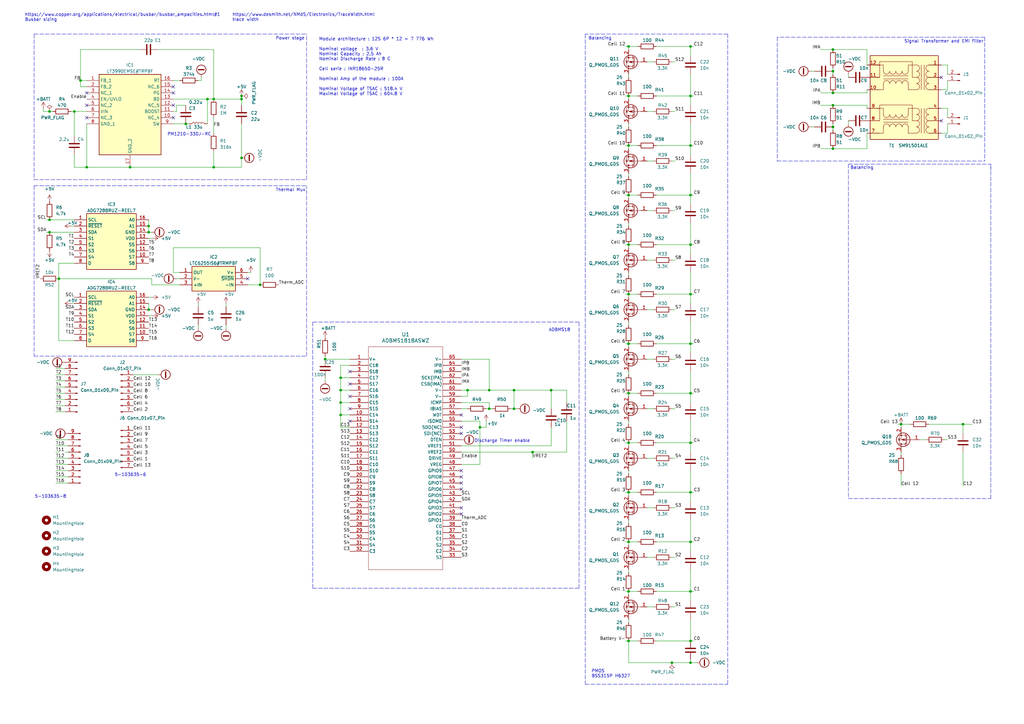
<source format=kicad_sch>
(kicad_sch (version 20250114) (generator "eeschema") (generator_version "9.0")
  (paper "A3")
  (text "Module architecture : 12S 6P * 12 = 7 776 Wh\n\nNominal voltage  : 3.6 V \nNominal Capacity : 2.5 Ah\nNominal Discharge Rate : 8 C\n\nCell serie : INR18650-25R\n\nNominal Amp of the module : 100A \n\nNominal Voltage of TSAC : 518.4 V\nMaximal Voltage of TSAC : 604.8 V" (at 130.81 39.37 0) (effects (font (size 1.27 1.27)) (justify left bottom)))
  (text "PMOS \nBSS315P H6327\n" (at 242.57 278.13 0) (effects (font (size 1.27 1.27)) (justify left bottom)))
  (text "PM1210-330J-RC\n" (at 68.58 55.88 0) (effects (font (size 1.27 1.27)) (justify left bottom)))
  (text "Balancing\n" (at 241.3 16.51 0) (effects (font (size 1.27 1.27)) (justify left bottom)))
  (text "Thermal Mux\n" (at 113.03 78.74 0) (effects (font (size 1.27 1.27)) (justify left bottom)))
  (text "Power stage" (at 113.03 16.51 0) (effects (font (size 1.27 1.27)) (justify left bottom)))
  (text "Signal Transformer and EMI filter\n" (at 370.84 17.78 0) (effects (font (size 1.27 1.27)) (justify left bottom)))
  (text "ADBMS18" (at 225.044 136.144 0) (effects (font (size 1.27 1.27)) (justify left bottom)))
  (text "Balancing\n" (at 348.742 69.596 0) (effects (font (size 1.27 1.27)) (justify left bottom)))
  (text "https://www.desmith.net/NMdS/Electronics/TraceWidth.html\ntrace width" (at 95.25 8.89 0) (effects (font (size 1.27 1.27)) (justify left bottom)))
  (text "5-103635-8\n" (at 14.224 204.47 0) (effects (font (size 1.27 1.27)) (justify left bottom)))
  (text "https://www.copper.org/applications/electrical/busbar/busbar_ampacities.html#1\nBusbar sizing\n" (at 10.16 8.89 0) (effects (font (size 1.27 1.27)) (justify left bottom)))
  (text "5-103635-6\n" (at 46.99 195.58 0) (effects (font (size 1.27 1.27)) (justify left bottom)))
  (text "Discharge Timer enable" (at 194.564 181.61 0) (effects (font (size 1.27 1.27)) (justify left bottom)))
  (junction (at 210.82 167.64))
  (junction (at 283.21 262.89))
  (junction (at 35.56 68.58))
  (junction (at 257.81 262.89))
  (junction (at 20.32 90.17))
  (junction (at 85.09 40.64))
  (junction (at 341.63 60.96))
  (junction (at 53.34 68.58))
  (junction (at 341.63 20.32))
  (junction (at 210.82 160.02))
  (junction (at 196.85 175.26))
  (junction (at 257.81 181.61))
  (junction (at 33.02 33.02))
  (junction (at 283.21 100.33))
  (junction (at 283.21 271.78))
  (junction (at 257.81 100.33))
  (junction (at 369.57 173.99))
  (junction (at 283.21 181.61))
  (junction (at 76.2 50.8))
  (junction (at 99.06 64.77))
  (junction (at 106.68 116.84))
  (junction (at 257.81 59.69))
  (junction (at 133.35 147.32))
  (junction (at 226.06 160.02))
  (junction (at 283.21 222.25))
  (junction (at 60.96 92.71))
  (junction (at 283.21 201.93))
  (junction (at 283.21 140.97))
  (junction (at 30.48 45.72))
  (junction (at 87.63 68.58))
  (junction (at 139.7 160.02))
  (junction (at 275.59 271.78))
  (junction (at 257.81 242.57))
  (junction (at 20.32 95.25))
  (junction (at 341.63 38.1))
  (junction (at 257.81 19.05))
  (junction (at 341.63 52.07))
  (junction (at 24.13 114.3))
  (junction (at 139.7 165.1))
  (junction (at 257.81 161.29))
  (junction (at 60.96 95.25))
  (junction (at 99.06 39.37))
  (junction (at 20.32 45.72))
  (junction (at 60.96 127))
  (junction (at 257.81 120.65))
  (junction (at 394.97 173.99))
  (junction (at 283.21 80.01))
  (junction (at 218.44 185.42))
  (junction (at 283.21 120.65))
  (junction (at 283.21 19.05))
  (junction (at 87.63 40.64))
  (junction (at 257.81 201.93))
  (junction (at 200.66 167.64))
  (junction (at 99.06 40.64))
  (junction (at 139.7 170.18))
  (junction (at 341.63 29.21))
  (junction (at 257.81 80.01))
  (junction (at 283.21 161.29))
  (junction (at 283.21 39.37))
  (junction (at 191.77 160.02))
  (junction (at 257.81 140.97))
  (junction (at 200.66 160.02))
  (junction (at 257.81 39.37))
  (junction (at 283.21 242.57))
  (junction (at 283.21 59.69))
  (junction (at 341.63 43.18))
  (junction (at 257.81 222.25))
  (junction (at 139.7 154.94))
  (no_connect (at 143.51 152.4))
  (no_connect (at 189.23 193.04))
  (no_connect (at 71.12 38.1))
  (no_connect (at 386.08 49.53))
  (no_connect (at 35.56 43.18))
  (no_connect (at 143.51 167.64))
  (no_connect (at 189.23 175.26))
  (no_connect (at 189.23 210.82))
  (no_connect (at 71.12 43.18))
  (no_connect (at 189.23 195.58))
  (no_connect (at 143.51 162.56))
  (no_connect (at 386.08 31.75))
  (no_connect (at 189.23 170.18))
  (no_connect (at 143.51 172.72))
  (no_connect (at 189.23 208.28))
  (no_connect (at 35.56 38.1))
  (no_connect (at 71.12 35.56))
  (no_connect (at 35.56 48.26))
  (no_connect (at 143.51 157.48))
  (no_connect (at 189.23 177.8))
  (no_connect (at 189.23 200.66))
  (no_connect (at 189.23 198.12))
  (no_connect (at 71.12 48.26))
  (no_connect (at 101.6 114.3))
  (wire (pts (xy 388.62 54.61) (xy 386.08 54.61)))
  (wire (pts (xy 82.55 31.75) (xy 82.55 33.02)))
  (wire (pts (xy 276.86 106.68) (xy 275.59 106.68)))
  (wire (pts (xy 265.43 106.68) (xy 267.97 106.68)))
  (wire (pts (xy 200.66 167.64) (xy 201.93 167.64)))
  (wire (pts (xy 85.09 40.64) (xy 85.09 50.8)))
  (wire (pts (xy 72.39 114.3) (xy 73.66 114.3)))
  (wire (pts (xy 283.21 201.93) (xy 283.21 205.74)))
  (polyline (pts (xy 240.03 280.67) (xy 298.45 280.67)) (stroke (width 0) (type dash)))
  (wire (pts (xy 33.02 20.32) (xy 33.02 33.02)))
  (wire (pts (xy 283.21 30.48) (xy 283.21 39.37)))
  (wire (pts (xy 218.44 185.42) (xy 218.44 187.96)))
  (wire (pts (xy 283.21 262.89) (xy 284.48 262.89)))
  (wire (pts (xy 20.32 95.25) (xy 30.48 95.25)))
  (wire (pts (xy 257.81 172.72) (xy 257.81 173.99)))
  (wire (pts (xy 92.71 124.46) (xy 92.71 125.73)))
  (wire (pts (xy 347.98 49.53) (xy 347.98 50.8)))
  (wire (pts (xy 62.23 116.84) (xy 62.23 114.3)))
  (wire (pts (xy 60.96 92.71) (xy 60.96 95.25)))
  (wire (pts (xy 24.13 114.3) (xy 24.13 139.7)))
  (wire (pts (xy 265.43 187.96) (xy 267.97 187.96)))
  (wire (pts (xy 27.94 180.34) (xy 22.86 180.34)))
  (wire (pts (xy 257.81 242.57) (xy 261.62 242.57)))
  (wire (pts (xy 257.81 71.12) (xy 257.81 72.39)))
  (wire (pts (xy 265.43 228.6) (xy 267.97 228.6)))
  (wire (pts (xy 257.81 50.8) (xy 257.81 52.07)))
  (wire (pts (xy 27.94 187.96) (xy 22.86 187.96)))
  (wire (pts (xy 276.86 127) (xy 275.59 127)))
  (wire (pts (xy 257.81 222.25) (xy 261.62 222.25)))
  (wire (pts (xy 199.39 175.26) (xy 196.85 175.26)))
  (wire (pts (xy 283.21 193.04) (xy 283.21 201.93)))
  (wire (pts (xy 257.81 59.69) (xy 261.62 59.69)))
  (wire (pts (xy 60.96 95.25) (xy 62.23 95.25)))
  (wire (pts (xy 276.86 147.32) (xy 275.59 147.32)))
  (wire (pts (xy 200.66 165.1) (xy 200.66 167.64)))
  (wire (pts (xy 60.96 124.46) (xy 60.96 127)))
  (wire (pts (xy 60.96 127) (xy 62.23 127)))
  (wire (pts (xy 256.54 19.05) (xy 257.81 19.05)))
  (polyline (pts (xy 406.4 67.31) (xy 406.4 69.85)) (stroke (width 0) (type dash)))
  (wire (pts (xy 19.05 95.25) (xy 20.32 95.25)))
  (wire (pts (xy 276.86 66.04) (xy 275.59 66.04)))
  (wire (pts (xy 283.21 100.33) (xy 283.21 104.14)))
  (wire (pts (xy 24.13 107.95) (xy 30.48 107.95)))
  (wire (pts (xy 256.54 140.97) (xy 257.81 140.97)))
  (wire (pts (xy 265.43 127) (xy 267.97 127)))
  (wire (pts (xy 73.66 116.84) (xy 62.23 116.84)))
  (wire (pts (xy 71.12 33.02) (xy 73.66 33.02)))
  (wire (pts (xy 139.7 160.02) (xy 143.51 160.02)))
  (polyline (pts (xy 13.97 73.66) (xy 125.73 73.66)) (stroke (width 0) (type dash)))
  (wire (pts (xy 377.19 180.34) (xy 379.73 180.34)))
  (wire (pts (xy 369.57 173.99) (xy 373.38 173.99)))
  (wire (pts (xy 133.35 154.94) (xy 133.35 156.21)))
  (wire (pts (xy 60.96 97.79) (xy 62.23 97.79)))
  (wire (pts (xy 199.39 175.26) (xy 199.39 172.72)))
  (wire (pts (xy 269.24 201.93) (xy 283.21 201.93)))
  (wire (pts (xy 257.81 91.44) (xy 257.81 92.71)))
  (wire (pts (xy 283.21 59.69) (xy 284.48 59.69)))
  (wire (pts (xy 189.23 185.42) (xy 218.44 185.42)))
  (wire (pts (xy 257.81 132.08) (xy 257.81 133.35)))
  (wire (pts (xy 257.81 121.92) (xy 257.81 120.65)))
  (wire (pts (xy 257.81 142.24) (xy 257.81 140.97)))
  (wire (pts (xy 283.21 222.25) (xy 283.21 226.06)))
  (wire (pts (xy 257.81 181.61) (xy 261.62 181.61)))
  (wire (pts (xy 257.81 19.05) (xy 261.62 19.05)))
  (wire (pts (xy 276.86 86.36) (xy 275.59 86.36)))
  (wire (pts (xy 257.81 162.56) (xy 257.81 161.29)))
  (wire (pts (xy 257.81 140.97) (xy 261.62 140.97)))
  (wire (pts (xy 30.48 63.5) (xy 30.48 68.58)))
  (wire (pts (xy 189.23 167.64) (xy 191.77 167.64)))
  (wire (pts (xy 22.86 185.42) (xy 24.13 185.42)))
  (wire (pts (xy 283.21 161.29) (xy 284.48 161.29)))
  (wire (pts (xy 341.63 52.07) (xy 341.63 53.34)))
  (polyline (pts (xy 13.97 146.05) (xy 125.73 146.05)) (stroke (width 0) (type dash)))
  (wire (pts (xy 209.55 167.64) (xy 210.82 167.64)))
  (wire (pts (xy 101.6 116.84) (xy 106.68 116.84)))
  (wire (pts (xy 256.54 39.37) (xy 257.81 39.37)))
  (wire (pts (xy 210.82 160.02) (xy 226.06 160.02)))
  (wire (pts (xy 226.06 167.64) (xy 226.06 160.02)))
  (wire (pts (xy 35.56 68.58) (xy 53.34 68.58)))
  (wire (pts (xy 355.6 60.96) (xy 341.63 60.96)))
  (wire (pts (xy 275.59 271.78) (xy 257.81 271.78)))
  (wire (pts (xy 196.85 190.5) (xy 189.23 190.5)))
  (wire (pts (xy 269.24 120.65) (xy 283.21 120.65)))
  (polyline (pts (xy 298.45 13.97) (xy 240.03 13.97)) (stroke (width 0) (type dash)))
  (wire (pts (xy 99.06 43.18) (xy 99.06 40.64)))
  (wire (pts (xy 369.57 199.39) (xy 369.57 194.31)))
  (wire (pts (xy 257.81 193.04) (xy 257.81 194.31)))
  (wire (pts (xy 283.21 140.97) (xy 284.48 140.97)))
  (wire (pts (xy 257.81 201.93) (xy 261.62 201.93)))
  (wire (pts (xy 256.54 120.65) (xy 257.81 120.65)))
  (wire (pts (xy 388.62 36.83) (xy 386.08 36.83)))
  (wire (pts (xy 283.21 50.8) (xy 283.21 59.69)))
  (wire (pts (xy 139.7 149.86) (xy 139.7 154.94)))
  (wire (pts (xy 283.21 140.97) (xy 283.21 144.78)))
  (wire (pts (xy 355.6 54.61) (xy 355.6 60.96)))
  (polyline (pts (xy 237.49 132.08) (xy 128.27 132.08)) (stroke (width 0) (type dash)))
  (wire (pts (xy 269.24 59.69) (xy 283.21 59.69)))
  (wire (pts (xy 283.21 254) (xy 283.21 262.89)))
  (wire (pts (xy 257.81 243.84) (xy 257.81 242.57)))
  (polyline (pts (xy 125.73 146.05) (xy 125.73 76.2)) (stroke (width 0) (type dash)))
  (wire (pts (xy 24.13 114.3) (xy 24.13 107.95)))
  (wire (pts (xy 355.6 38.1) (xy 341.63 38.1)))
  (wire (pts (xy 388.62 50.8) (xy 388.62 54.61)))
  (wire (pts (xy 210.82 160.02) (xy 210.82 167.64)))
  (wire (pts (xy 71.12 40.64) (xy 85.09 40.64)))
  (wire (pts (xy 265.43 66.04) (xy 267.97 66.04)))
  (polyline (pts (xy 240.03 13.97) (xy 240.03 280.67)) (stroke (width 0) (type dash)))
  (wire (pts (xy 283.21 100.33) (xy 284.48 100.33)))
  (wire (pts (xy 24.13 114.3) (xy 62.23 114.3)))
  (wire (pts (xy 336.55 38.1) (xy 341.63 38.1)))
  (polyline (pts (xy 13.97 76.2) (xy 125.73 76.2)) (stroke (width 0) (type dash)))
  (wire (pts (xy 269.24 262.89) (xy 283.21 262.89)))
  (wire (pts (xy 143.51 149.86) (xy 139.7 149.86)))
  (wire (pts (xy 87.63 68.58) (xy 87.63 62.23)))
  (wire (pts (xy 265.43 208.28) (xy 267.97 208.28)))
  (wire (pts (xy 283.21 39.37) (xy 283.21 43.18)))
  (wire (pts (xy 276.86 248.92) (xy 275.59 248.92)))
  (wire (pts (xy 139.7 170.18) (xy 139.7 175.26)))
  (wire (pts (xy 257.81 40.64) (xy 257.81 39.37)))
  (wire (pts (xy 53.34 68.58) (xy 87.63 68.58)))
  (wire (pts (xy 283.21 181.61) (xy 283.21 185.42)))
  (polyline (pts (xy 347.98 204.47) (xy 406.4 204.47)) (stroke (width 0) (type dash)))
  (wire (pts (xy 388.62 180.34) (xy 387.35 180.34)))
  (wire (pts (xy 19.05 90.17) (xy 20.32 90.17)))
  (wire (pts (xy 336.55 20.32) (xy 341.63 20.32)))
  (wire (pts (xy 257.81 233.68) (xy 257.81 234.95)))
  (polyline (pts (xy 318.77 15.24) (xy 318.77 66.04)) (stroke (width 0) (type dash)))
  (wire (pts (xy 33.02 35.56) (xy 35.56 35.56)))
  (wire (pts (xy 20.32 90.17) (xy 30.48 90.17)))
  (wire (pts (xy 269.24 19.05) (xy 283.21 19.05)))
  (polyline (pts (xy 13.97 76.2) (xy 13.97 146.05)) (stroke (width 0) (type dash)))
  (wire (pts (xy 388.62 33.02) (xy 388.62 36.83)))
  (wire (pts (xy 71.12 50.8) (xy 76.2 50.8)))
  (wire (pts (xy 332.74 52.07) (xy 334.01 52.07)))
  (wire (pts (xy 341.63 50.8) (xy 341.63 52.07)))
  (wire (pts (xy 269.24 181.61) (xy 283.21 181.61)))
  (wire (pts (xy 76.2 50.8) (xy 77.47 50.8)))
  (wire (pts (xy 139.7 170.18) (xy 143.51 170.18)))
  (wire (pts (xy 265.43 167.64) (xy 267.97 167.64)))
  (wire (pts (xy 99.06 64.77) (xy 99.06 68.58)))
  (wire (pts (xy 355.6 44.45) (xy 355.6 43.18)))
  (wire (pts (xy 265.43 248.92) (xy 267.97 248.92)))
  (wire (pts (xy 64.77 20.32) (xy 87.63 20.32)))
  (wire (pts (xy 26.67 166.37) (xy 22.86 166.37)))
  (wire (pts (xy 189.23 172.72) (xy 196.85 172.72)))
  (wire (pts (xy 283.21 19.05) (xy 283.21 22.86)))
  (wire (pts (xy 210.82 160.02) (xy 200.66 160.02)))
  (wire (pts (xy 139.7 154.94) (xy 143.51 154.94)))
  (wire (pts (xy 257.81 213.36) (xy 257.81 214.63)))
  (wire (pts (xy 33.02 33.02) (xy 33.02 35.56)))
  (wire (pts (xy 99.06 40.64) (xy 87.63 40.64)))
  (wire (pts (xy 257.81 271.78) (xy 257.81 262.89)))
  (wire (pts (xy 283.21 120.65) (xy 283.21 124.46)))
  (wire (pts (xy 283.21 222.25) (xy 284.48 222.25)))
  (wire (pts (xy 60.96 129.54) (xy 62.23 129.54)))
  (wire (pts (xy 210.82 167.64) (xy 212.09 167.64)))
  (wire (pts (xy 283.21 161.29) (xy 283.21 165.1)))
  (wire (pts (xy 232.41 172.72) (xy 232.41 185.42)))
  (wire (pts (xy 257.81 152.4) (xy 257.81 153.67)))
  (wire (pts (xy 26.67 168.91) (xy 22.86 168.91)))
  (polyline (pts (xy 403.86 15.24) (xy 318.77 15.24)) (stroke (width 0) (type dash)))
  (wire (pts (xy 355.6 43.18) (xy 341.63 43.18)))
  (wire (pts (xy 257.81 30.48) (xy 257.81 31.75)))
  (wire (pts (xy 200.66 147.32) (xy 189.23 147.32)))
  (wire (pts (xy 99.06 39.37) (xy 99.06 40.64)))
  (polyline (pts (xy 403.86 15.24) (xy 403.86 66.04)) (stroke (width 0) (type dash)))
  (wire (pts (xy 283.21 111.76) (xy 283.21 120.65)))
  (wire (pts (xy 355.6 26.67) (xy 355.6 20.32)))
  (wire (pts (xy 20.32 45.72) (xy 21.59 45.72)))
  (wire (pts (xy 276.86 167.64) (xy 275.59 167.64)))
  (wire (pts (xy 283.21 91.44) (xy 283.21 100.33)))
  (polyline (pts (xy 128.27 241.3) (xy 237.49 241.3)) (stroke (width 0) (type dash)))
  (wire (pts (xy 276.86 208.28) (xy 275.59 208.28)))
  (wire (pts (xy 257.81 80.01) (xy 261.62 80.01)))
  (wire (pts (xy 71.12 101.6) (xy 71.12 111.76)))
  (wire (pts (xy 369.57 173.99) (xy 369.57 175.26)))
  (polyline (pts (xy 318.77 66.04) (xy 403.86 66.04)) (stroke (width 0) (type dash)))
  (wire (pts (xy 35.56 50.8) (xy 35.56 68.58)))
  (wire (pts (xy 341.63 29.21) (xy 341.63 27.94)))
  (wire (pts (xy 257.81 111.76) (xy 257.81 113.03)))
  (wire (pts (xy 283.21 120.65) (xy 284.48 120.65)))
  (wire (pts (xy 257.81 39.37) (xy 261.62 39.37)))
  (wire (pts (xy 269.24 140.97) (xy 283.21 140.97)))
  (wire (pts (xy 257.81 101.6) (xy 257.81 100.33)))
  (wire (pts (xy 283.21 242.57) (xy 283.21 246.38)))
  (wire (pts (xy 388.62 26.67) (xy 386.08 26.67)))
  (wire (pts (xy 256.54 181.61) (xy 257.81 181.61)))
  (wire (pts (xy 265.43 45.72) (xy 267.97 45.72)))
  (wire (pts (xy 226.06 160.02) (xy 232.41 160.02)))
  (wire (pts (xy 265.43 147.32) (xy 267.97 147.32)))
  (wire (pts (xy 355.6 36.83) (xy 355.6 38.1)))
  (wire (pts (xy 285.75 271.78) (xy 283.21 271.78)))
  (wire (pts (xy 232.41 165.1) (xy 232.41 160.02)))
  (wire (pts (xy 257.81 100.33) (xy 261.62 100.33)))
  (wire (pts (xy 71.12 45.72) (xy 72.39 45.72)))
  (wire (pts (xy 26.67 185.42) (xy 27.94 185.42)))
  (polyline (pts (xy 347.98 67.31) (xy 347.98 204.47)) (stroke (width 0) (type dash)))
  (wire (pts (xy 341.63 30.48) (xy 341.63 29.21)))
  (wire (pts (xy 283.21 271.78) (xy 283.21 270.51)))
  (wire (pts (xy 87.63 68.58) (xy 99.06 68.58)))
  (wire (pts (xy 336.55 43.18) (xy 341.63 43.18)))
  (wire (pts (xy 71.12 111.76) (xy 73.66 111.76)))
  (wire (pts (xy 81.28 33.02) (xy 82.55 33.02)))
  (wire (pts (xy 29.21 124.46) (xy 30.48 124.46)))
  (wire (pts (xy 257.81 262.89) (xy 261.62 262.89)))
  (polyline (pts (xy 13.97 13.97) (xy 13.97 73.66)) (stroke (width 0) (type dash)))
  (wire (pts (xy 256.54 100.33) (xy 257.81 100.33)))
  (wire (pts (xy 355.6 20.32) (xy 341.63 20.32)))
  (wire (pts (xy 26.67 158.75) (xy 22.86 158.75)))
  (wire (pts (xy 283.21 59.69) (xy 283.21 63.5)))
  (wire (pts (xy 106.68 101.6) (xy 71.12 101.6)))
  (wire (pts (xy 30.48 45.72) (xy 35.56 45.72)))
  (wire (pts (xy 218.44 185.42) (xy 232.41 185.42)))
  (wire (pts (xy 27.94 190.5) (xy 22.86 190.5)))
  (wire (pts (xy 283.21 39.37) (xy 284.48 39.37)))
  (wire (pts (xy 17.78 45.72) (xy 20.32 45.72)))
  (wire (pts (xy 60.96 121.92) (xy 62.23 121.92)))
  (wire (pts (xy 283.21 201.93) (xy 284.48 201.93)))
  (wire (pts (xy 283.21 213.36) (xy 283.21 222.25)))
  (wire (pts (xy 283.21 152.4) (xy 283.21 161.29)))
  (wire (pts (xy 189.23 165.1) (xy 200.66 165.1)))
  (polyline (pts (xy 298.45 280.67) (xy 298.45 13.97)) (stroke (width 0) (type dash)))
  (wire (pts (xy 26.67 153.67) (xy 22.86 153.67)))
  (wire (pts (xy 106.68 116.84) (xy 106.68 101.6)))
  (wire (pts (xy 256.54 262.89) (xy 257.81 262.89)))
  (wire (pts (xy 26.67 163.83) (xy 22.86 163.83)))
  (wire (pts (xy 81.28 124.46) (xy 81.28 125.73)))
  (wire (pts (xy 257.81 182.88) (xy 257.81 181.61)))
  (wire (pts (xy 283.21 19.05) (xy 284.48 19.05)))
  (wire (pts (xy 26.67 156.21) (xy 22.86 156.21)))
  (wire (pts (xy 269.24 100.33) (xy 283.21 100.33)))
  (wire (pts (xy 27.94 193.04) (xy 22.86 193.04)))
  (wire (pts (xy 139.7 160.02) (xy 139.7 165.1)))
  (wire (pts (xy 257.81 254) (xy 257.81 255.27)))
  (wire (pts (xy 133.35 147.32) (xy 143.51 147.32)))
  (wire (pts (xy 17.78 44.45) (xy 17.78 45.72)))
  (wire (pts (xy 332.74 29.21) (xy 334.01 29.21)))
  (wire (pts (xy 256.54 222.25) (xy 257.81 222.25)))
  (wire (pts (xy 269.24 161.29) (xy 283.21 161.29)))
  (wire (pts (xy 394.97 173.99) (xy 394.97 177.8)))
  (wire (pts (xy 33.02 33.02) (xy 35.56 33.02)))
  (wire (pts (xy 256.54 201.93) (xy 257.81 201.93)))
  (wire (pts (xy 85.09 40.64) (xy 87.63 40.64)))
  (wire (pts (xy 27.94 182.88) (xy 22.86 182.88)))
  (wire (pts (xy 27.94 198.12) (xy 22.86 198.12)))
  (wire (pts (xy 283.21 80.01) (xy 283.21 83.82)))
  (wire (pts (xy 256.54 59.69) (xy 257.81 59.69)))
  (wire (pts (xy 388.62 44.45) (xy 386.08 44.45)))
  (wire (pts (xy 60.96 90.17) (xy 60.96 92.71)))
  (wire (pts (xy 256.54 161.29) (xy 257.81 161.29)))
  (wire (pts (xy 276.86 25.4) (xy 275.59 25.4)))
  (wire (pts (xy 57.15 20.32) (xy 33.02 20.32)))
  (wire (pts (xy 381 173.99) (xy 394.97 173.99)))
  (polyline (pts (xy 125.73 73.66) (xy 125.73 13.97)) (stroke (width 0) (type dash)))
  (wire (pts (xy 283.21 242.57) (xy 284.48 242.57)))
  (wire (pts (xy 81.28 133.35) (xy 81.28 134.62)))
  (wire (pts (xy 133.35 146.05) (xy 133.35 147.32)))
  (wire (pts (xy 199.39 167.64) (xy 200.66 167.64)))
  (wire (pts (xy 29.21 92.71) (xy 30.48 92.71)))
  (polyline (pts (xy 13.97 13.97) (xy 125.73 13.97)) (stroke (width 0) (type dash)))
  (wire (pts (xy 276.86 45.72) (xy 275.59 45.72)))
  (wire (pts (xy 269.24 80.01) (xy 283.21 80.01)))
  (wire (pts (xy 257.81 81.28) (xy 257.81 80.01)))
  (wire (pts (xy 76.2 43.18) (xy 72.39 43.18)))
  (polyline (pts (xy 237.49 241.3) (xy 237.49 132.08)) (stroke (width 0) (type dash)))
  (wire (pts (xy 283.21 233.68) (xy 283.21 242.57)))
  (wire (pts (xy 283.21 132.08) (xy 283.21 140.97)))
  (wire (pts (xy 87.63 48.26) (xy 87.63 54.61)))
  (wire (pts (xy 283.21 80.01) (xy 284.48 80.01)))
  (wire (pts (xy 283.21 271.78) (xy 275.59 271.78)))
  (wire (pts (xy 269.24 242.57) (xy 283.21 242.57)))
  (wire (pts (xy 30.48 68.58) (xy 35.56 68.58)))
  (wire (pts (xy 26.67 151.13) (xy 22.86 151.13)))
  (polyline (pts (xy 347.98 67.31) (xy 406.4 67.31)) (stroke (width 0) (type dash)))
  (wire (pts (xy 87.63 20.32) (xy 87.63 40.64)))
  (wire (pts (xy 388.62 30.48) (xy 388.62 26.67)))
  (wire (pts (xy 139.7 165.1) (xy 143.51 165.1)))
  (wire (pts (xy 101.6 111.76) (xy 102.87 111.76)))
  (wire (pts (xy 368.3 173.99) (xy 369.57 173.99)))
  (wire (pts (xy 26.67 161.29) (xy 22.86 161.29)))
  (wire (pts (xy 139.7 154.94) (xy 139.7 160.02)))
  (wire (pts (xy 369.57 185.42) (xy 369.57 186.69)))
  (wire (pts (xy 99.06 50.8) (xy 99.06 64.77)))
  (wire (pts (xy 276.86 187.96) (xy 275.59 187.96)))
  (wire (pts (xy 139.7 175.26) (xy 143.51 175.26)))
  (wire (pts (xy 257.81 223.52) (xy 257.81 222.25)))
  (wire (pts (xy 22.86 195.58) (xy 27.94 195.58)))
  (polyline (pts (xy 406.4 204.47) (xy 406.4 68.58)) (stroke (width 0) (type dash)))
  (wire (pts (xy 226.06 175.26) (xy 226.06 182.88)))
  (wire (pts (xy 256.54 242.57) (xy 257.81 242.57)))
  (wire (pts (xy 54.61 153.67) (xy 64.77 153.67)))
  (wire (pts (xy 394.97 173.99) (xy 398.78 173.99)))
  (wire (pts (xy 394.97 185.42) (xy 394.97 199.39)))
  (wire (pts (xy 189.23 160.02) (xy 191.77 160.02)))
  (wire (pts (xy 276.86 228.6) (xy 275.59 228.6)))
  (wire (pts (xy 92.71 133.35) (xy 92.71 134.62)))
  (wire (pts (xy 196.85 175.26) (xy 196.85 190.5)))
  (wire (pts (xy 200.66 160.02) (xy 200.66 147.32)))
  (wire (pts (xy 269.24 222.25) (xy 283.21 222.25)))
  (wire (pts (xy 72.39 43.18) (xy 72.39 45.72)))
  (wire (pts (xy 347.98 31.75) (xy 347.98 30.48)))
  (wire (pts (xy 139.7 165.1) (xy 139.7 170.18)))
  (wire (pts (xy 191.77 162.56) (xy 189.23 162.56)))
  (wire (pts (xy 283.21 71.12) (xy 283.21 80.01)))
  (wire (pts (xy 30.48 45.72) (xy 30.48 55.88)))
  (wire (pts (xy 257.81 161.29) (xy 261.62 161.29)))
  (wire (pts (xy 257.81 120.65) (xy 261.62 120.65)))
  (wire (pts (xy 269.24 39.37) (xy 283.21 39.37)))
  (wire (pts (xy 191.77 160.02) (xy 191.77 162.56)))
  (wire (pts (xy 189.23 182.88) (xy 226.06 182.88)))
  (wire (pts (xy 265.43 86.36) (xy 267.97 86.36)))
  (wire (pts (xy 256.54 80.01) (xy 257.81 80.01)))
  (wire (pts (xy 196.85 175.26) (xy 196.85 172.72)))
  (wire (pts (xy 283.21 181.61) (xy 284.48 181.61)))
  (wire (pts (xy 336.55 60.96) (xy 341.63 60.96)))
  (polyline (pts (xy 128.27 132.08) (xy 128.27 241.3)) (stroke (width 0) (type dash)))
  (wire (pts (xy 200.66 160.02) (xy 191.77 160.02)))
  (wire (pts (xy 29.21 45.72) (xy 30.48 45.72)))
  (wire (pts (xy 257.81 60.96) (xy 257.81 59.69)))
  (wire (pts (xy 283.21 172.72) (xy 283.21 181.61)))
  (wire (pts (xy 257.81 20.32) (xy 257.81 19.05)))
  (wire (pts (xy 257.81 203.2) (xy 257.81 201.93)))
  (wire (pts (xy 388.62 48.26) (xy 388.62 44.45)))
  (wire (pts (xy 30.48 139.7) (xy 24.13 139.7)))
  (wire (pts (xy 265.43 25.4) (xy 267.97 25.4)))
  (label "T4" (at 22.86 158.75 0))
  (label "C11" (at 284.48 39.37 0))
  (label "Cell 4" (at 256.54 181.61 180))
  (label "S12" (at 143.51 182.88 180))
  (label "C8" (at 143.51 200.66 180))
  (label "C7" (at 284.48 120.65 0))
  (label "C6" (at 143.51 210.82 180))
  (label "C2" (at 189.23 226.06 0))
  (label "Therm_ADC" (at 114.3 116.84 0))
  (label "SDA" (at 189.23 205.74 0))
  (label "Cell 3" (at 54.61 186.69 0))
  (label "Cell 9" (at 54.61 179.07 0))
  (label "T14" (at 60.96 134.62 0))
  (label "Enable" (at 35.56 40.64 180))
  (label "SDA" (at 30.48 127 180))
  (label "S13" (at 143.51 177.8 180))
  (label "Battery V-" (at 256.54 262.89 180))
  (label "S7" (at 143.51 208.28 180))
  (label "Cell 6" (at 54.61 163.83 0))
  (label "SCL" (at 189.23 203.2 0))
  (label "FB" (at 33.02 33.02 180))
  (label "C11" (at 143.51 185.42 180))
  (label "S11" (at 143.51 187.96 180))
  (label "C12" (at 143.51 180.34 180))
  (label "C9" (at 284.48 80.01 0))
  (label "Cell 1" (at 256.54 242.57 180))
  (label "S9" (at 276.86 86.36 0))
  (label "S10" (at 276.86 66.04 0))
  (label "T12" (at 30.48 137.16 180))
  (label "SCL" (at 30.48 121.92 180))
  (label "Enable" (at 189.23 187.96 0))
  (label "Cell 5" (at 256.54 161.29 180))
  (label "C12" (at 394.97 199.39 0))
  (label "VREF2" (at 218.44 187.96 0))
  (label "Cell 1" (at 54.61 189.23 0))
  (label "Cell 8" (at 54.61 161.29 0))
  (label "Cell 13" (at 368.3 173.99 180))
  (label "C12" (at 284.48 19.05 0))
  (label "C1" (at 189.23 220.98 0))
  (label "Cell 5" (at 54.61 184.15 0))
  (label "Cell 6" (at 256.54 140.97 180))
  (label "S3" (at 189.23 228.6 0))
  (label "Cell 4" (at 54.61 166.37 0))
  (label "T16" (at 60.96 139.7 0))
  (label "S5" (at 276.86 167.64 0))
  (label "S11" (at 276.86 45.72 0))
  (label "Cell 8" (at 256.54 100.33 180))
  (label "S6" (at 143.51 213.36 180))
  (label "Cell 2" (at 256.54 222.25 180))
  (label "S13" (at 388.62 180.34 0))
  (label "T15" (at 60.96 137.16 0))
  (label "S2" (at 276.86 228.6 0))
  (label "Cell 3" (at 256.54 201.93 180))
  (label "Cell 10" (at 54.61 158.75 0))
  (label "Cell 12" (at 369.57 199.39 0))
  (label "S3" (at 276.86 208.28 0))
  (label "IPA" (at 189.23 154.94 0))
  (label "T3" (at 22.86 156.21 0))
  (label "S4" (at 143.51 223.52 180))
  (label "IMB" (at 336.55 43.18 180))
  (label "T7" (at 60.96 105.41 0))
  (label "T1" (at 22.86 151.13 0))
  (label "C4" (at 143.51 220.98 180))
  (label "T11" (at 30.48 134.62 180))
  (label "IMB" (at 189.23 152.4 0))
  (label "C0" (at 189.23 215.9 0))
  (label "T10" (at 30.48 132.08 180))
  (label "T6" (at 22.86 163.83 0))
  (label "C10" (at 284.48 59.69 0))
  (label "S1" (at 276.86 248.92 0))
  (label "C2" (at 284.48 222.25 0))
  (label "IPB" (at 336.55 60.96 180))
  (label "Cell 12" (at 54.61 156.21 0))
  (label "C0" (at 284.48 262.89 0))
  (label "S10" (at 143.51 193.04 180))
  (label "Cell 9" (at 256.54 80.01 180))
  (label "S8" (at 276.86 106.68 0))
  (label "Cell 11" (at 54.61 176.53 0))
  (label "Therm_ADC" (at 189.23 213.36 0))
  (label "T8" (at 60.96 107.95 0))
  (label "FB" (at 87.63 52.07 0))
  (label "Cell 11" (at 256.54 39.37 180))
  (label "T4" (at 30.48 105.41 180))
  (label "S8" (at 143.51 203.2 180))
  (label "T13" (at 60.96 132.08 0))
  (label "VREF2" (at 16.51 114.3 90))
  (label "Cell 12" (at 256.54 19.05 180))
  (label "T5" (at 22.86 161.29 0))
  (label "SCL" (at 19.05 90.17 180))
  (label "IPA" (at 336.55 38.1 180))
  (label "C7" (at 143.51 205.74 180))
  (label "C1" (at 284.48 242.57 0))
  (label "T3" (at 30.48 102.87 180))
  (label "T2" (at 22.86 153.67 0))
  (label "T7" (at 22.86 166.37 0))
  (label "SDA" (at 19.05 95.25 180))
  (label "S1" (at 189.23 218.44 0))
  (label "S12" (at 276.86 25.4 0))
  (label "Cell 13" (at 54.61 191.77 0))
  (label "C5" (at 143.51 215.9 180))
  (label "T8" (at 22.86 168.91 0))
  (label "C3" (at 143.51 226.06 180))
  (label "C3" (at 284.48 201.93 0))
  (label "C13" (at 398.78 173.99 0))
  (label "T12" (at 22.86 187.96 0))
  (label "T9" (at 30.48 129.54 180))
  (label "C8" (at 284.48 100.33 0))
  (label "T15" (at 22.86 195.58 0))
  (label "T1" (at 30.48 97.79 180))
  (label "T2" (at 30.48 100.33 180))
  (label "Cell 7" (at 54.61 181.61 0))
  (label "S9" (at 143.51 198.12 180))
  (label "T6" (at 60.96 102.87 0))
  (label "T9" (at 22.86 180.34 0))
  (label "T13" (at 22.86 190.5 0))
  (label "C4" (at 284.48 181.61 0))
  (label "Cell 2" (at 54.61 168.91 0))
  (label "T11" (at 22.86 185.42 0))
  (label "S2" (at 189.23 223.52 0))
  (label "Cell 7" (at 256.54 120.65 180))
  (label "IPB" (at 189.23 149.86 0))
  (label "T14" (at 22.86 193.04 0))
  (label "Cell 10" (at 256.54 59.69 180))
  (label "IMA" (at 336.55 20.32 180))
  (label "C5" (at 284.48 161.29 0))
  (label "S6" (at 276.86 147.32 0))
  (label "C10" (at 143.51 190.5 180))
  (label "IMA" (at 189.23 157.48 0))
  (label "S5" (at 143.51 218.44 180))
  (label "C9" (at 143.51 195.58 180))
  (label "S7" (at 276.86 127 0))
  (label "T16" (at 22.86 198.12 0))
  (label "T5" (at 60.96 100.33 0))
  (label "C6" (at 284.48 140.97 0))
  (label "C13" (at 143.51 175.26 180))
  (label "S4" (at 276.86 187.96 0))
  (label "T10" (at 22.86 182.88 0))
  (symbol (lib_id "Device:Q_PMOS_GSD") (at 260.35 127 180) (unit 1)
    (property "Reference" "Q6" (at 254 125.73 0) (effects (justify left)))
    (property "Value" "Q_PMOS_GDS" (at 254 128.27 0) (effects (justify left)))
    (property "Footprint" "EPSA:SOT-23-3" (effects (hide yes)))
  )
  (symbol (lib_id "Device:C") (at 351.79 49.53 90) (unit 1)
    (property "Reference" "C7" (at 354.33 48.26 90))
    (property "Value" "10n" (at 354.33 53.34 90))
    (property "Footprint" "Capacitor_SMD:C_0805_2012Metric_Pad1.18x1.45mm_HandSolder" (effects (hide yes)))
  )
  (symbol (lib_id "EPSA_lib:LTC6255IS6#TRMPBF") (at 73.66 111.76 0) (unit 1)
    (property "Reference" "IC2" (at 87.63 105.41 0))
    (property "Value" "LTC6255IS6#TRMPBF" (at 87.63 107.95 0))
    (property "Footprint" "EPSA:SOT95P280X100-6N" (effects (hide yes)))
    (property "Datasheet" "http://www.analog.com/media/en/technical-documentation/data-sheets/625567fd.pdf" (effects (hide yes)))
    (property "Description" "A remplacer par MAX4239AUT+T (voir LIB)" (effects (hide yes)))
    (property "Height" "1" (effects (hide yes)))
    (property "Mouser Part Number" "584-LTC6255IS6TRMPBF" (effects (hide yes)))
    (property "Mouser Price/Stock" "https://www.mouser.co.uk/ProductDetail/Analog-Devices/LTC6255IS6TRMPBF?qs=hVkxg5c3xu%252BM0aXXLk0hVA%3D%3D" (effects (hide yes)))
    (property "Manufacturer_Name" "Analog Devices" (effects (hide yes)))
    (property "Manufacturer_Part_Number" "LTC6255IS6#TRMPBF" (effects (hide yes)))
  )
  (symbol (lib_id "power:+5V") (at 29.21 92.71 90) (unit 1)
    (property "Reference" "#PWR014" (effects (hide yes)))
    (property "Value" "+5V" (at 31.75 91.44 90) (effects (justify left)))
  )
  (symbol (lib_id "power:-VDC") (at 347.98 50.8 180) (unit 1)
    (property "Reference" "#PWR023" (effects (hide yes)))
    (property "Value" "-VDC" (at 350.52 57.15 0))
  )
  (symbol (lib_id "Device:R") (at 265.43 59.69 90) (unit 1)
    (property "Reference" "R38" (at 270.51 57.15 90))
    (property "Value" "100" (at 265.43 55.88 90))
    (property "Footprint" "Resistor_SMD:R_1206_3216Metric_Pad1.30x1.75mm_HandSolder" (effects (hide yes)))
  )
  (symbol (lib_id "Device:R") (at 257.81 157.48 180) (unit 1)
    (property "Reference" "R25" (at 252.73 156.21 0) (effects (justify right)))
    (property "Value" "25" (at 252.73 153.67 0) (effects (justify right)))
    (property "Footprint" "Resistor_SMD:R_2512_6332Metric_Pad1.40x3.35mm_HandSolder" (effects (hide yes)))
    (property "Description" "RC2512FK-0724RL" (effects (hide yes)))
  )
  (symbol (lib_id "Device:R") (at 271.78 167.64 90) (unit 1)
    (property "Reference" "R24" (at 271.78 165.1 90))
    (property "Value" "3.3K" (at 271.78 170.18 90))
    (property "Footprint" "Resistor_SMD:R_1206_3216Metric_Pad1.30x1.75mm_HandSolder" (effects (hide yes)))
  )
  (symbol (lib_id "Device:R") (at 271.78 248.92 90) (unit 1)
    (property "Reference" "R48" (at 271.78 246.38 90))
    (property "Value" "3.3K" (at 271.78 251.46 90))
    (property "Footprint" "Resistor_SMD:R_1206_3216Metric_Pad1.30x1.75mm_HandSolder" (effects (hide yes)))
  )
  (symbol (lib_id "power:+5V") (at 62.23 97.79 270) (unit 1)
    (property "Reference" "#PWR011" (effects (hide yes)))
    (property "Value" "+5V" (at 66.04 97.79 90) (effects (justify left)))
  )
  (symbol (lib_id "Connector:Conn_01x09_Pin") (at 33.02 187.96 180) (unit 1)
    (property "Reference" "J8" (at 34.29 186.6899 0) (effects (justify right)))
    (property "Value" "Conn_01x09_Pin" (at 34.29 189.2299 0) (effects (justify right)))
    (property "Footprint" "Connector_BMS_Thermistor:SHDRRA9W69P0X254_1X9_2527X1359X741P" (effects (hide yes)))
    (property "Description" "Generic connector, single row, 01x09, script generated" (effects (hide yes)))
  )
  (symbol (lib_id "Device:C") (at 283.21 26.67 0) (unit 1)
    (property "Reference" "C22" (at 287.02 25.4 0) (effects (justify left)))
    (property "Value" "10n" (at 287.02 27.94 0) (effects (justify left)))
    (property "Footprint" "Capacitor_SMD:C_0805_2012Metric_Pad1.18x1.45mm_HandSolder" (effects (hide yes)))
  )
  (symbol (lib_id "Device:R") (at 265.43 181.61 90) (unit 1)
    (property "Reference" "R20" (at 270.51 179.07 90))
    (property "Value" "100" (at 265.43 177.8 90))
    (property "Footprint" "Resistor_SMD:R_1206_3216Metric_Pad1.30x1.75mm_HandSolder" (effects (hide yes)))
  )
  (symbol (lib_id "Device:R") (at 265.43 242.57 90) (unit 1)
    (property "Reference" "R15" (at 270.51 240.03 90))
    (property "Value" "100" (at 265.43 240.03 90))
    (property "Footprint" "Resistor_SMD:R_1206_3216Metric_Pad1.30x1.75mm_HandSolder" (effects (hide yes)))
  )
  (symbol (lib_id "Connector:Conn_01x02_Pin") (at 393.7 50.8 180) (unit 1)
    (property "Reference" "J1" (at 394.97 48.26 0) (effects (justify right)))
    (property "Value" "Conn_01x02_Pin" (at 387.35 55.88 0) (effects (justify right)))
    (property "Footprint" "EPSA:RHDR2W97P0X254_1X2_654X508X1379P" (effects (hide yes)))
  )
  (symbol (lib_id "Device:Q_PMOS_GSD") (at 372.11 180.34 180) (unit 1)
    (property "Reference" "Q18" (at 365.76 179.07 0) (effects (justify left)))
    (property "Value" "Q_PMOS_GDS" (at 365.76 181.61 0) (effects (justify left)))
    (property "Footprint" "EPSA:SOT95P237X112-3N" (effects (hide yes)))
  )
  (symbol (lib_id "Device:R") (at 265.43 100.33 90) (unit 1)
    (property "Reference" "R32" (at 270.51 97.79 90))
    (property "Value" "100" (at 265.43 96.52 90))
    (property "Footprint" "Resistor_SMD:R_1206_3216Metric_Pad1.30x1.75mm_HandSolder" (effects (hide yes)))
  )
  (symbol (lib_id "Device:R") (at 265.43 39.37 90) (unit 1)
    (property "Reference" "R41" (at 270.51 36.83 90))
    (property "Value" "100" (at 265.43 35.56 90))
    (property "Footprint" "Resistor_SMD:R_1206_3216Metric_Pad1.30x1.75mm_HandSolder" (effects (hide yes)))
  )
  (symbol (lib_id "Device:R") (at 271.78 25.4 90) (unit 1)
    (property "Reference" "R45" (at 271.78 22.86 90))
    (property "Value" "3.3K" (at 271.78 27.94 90))
    (property "Footprint" "Resistor_SMD:R_1206_3216Metric_Pad1.30x1.75mm_HandSolder" (effects (hide yes)))
  )
  (symbol (lib_id "power:-VDC") (at 92.71 134.62 180) (unit 1)
    (property "Reference" "#PWR031" (effects (hide yes)))
    (property "Value" "-VDC" (at 91.44 134.62 0) (effects (justify left)))
  )
  (symbol (lib_id "Device:R") (at 341.63 34.29 0) (mirror y) (unit 1)
    (property "Reference" "R11" (at 342.9 35.56 0) (effects (justify right)))
    (property "Value" "51" (at 342.9 33.02 0) (effects (justify right)))
    (property "Footprint" "Resistor_SMD:R_1206_3216Metric_Pad1.30x1.75mm_HandSolder" (effects (hide yes)))
  )
  (symbol (lib_id "power:+BATT") (at 133.35 138.43 0) (unit 1)
    (property "Reference" "#PWR030" (effects (hide yes)))
    (property "Value" "+BATT" (at 134.62 134.62 0))
  )
  (symbol (lib_id "Device:Q_PMOS_GSD") (at 260.35 228.6 180) (unit 1)
    (property "Reference" "Q1" (at 254 227.33 0) (effects (justify left)))
    (property "Value" "Q_PMOS_GDS" (at 254 229.87 0) (effects (justify left)))
    (property "Footprint" "EPSA:SOT-23-3" (effects (hide yes)))
  )
  (symbol (lib_id "Device:L") (at 81.28 50.8 90) (unit 1)
    (property "Reference" "L1" (at 77.47 52.07 90))
    (property "Value" "33u" (at 81.28 52.07 90))
    (property "Footprint" "Inductor_SMD:L_1210_3225Metric_Pad1.42x2.65mm_HandSolder" (effects (hide yes)))
  )
  (symbol (lib_id "Device:R") (at 265.43 80.01 90) (unit 1)
    (property "Reference" "R35" (at 270.51 77.47 90))
    (property "Value" "100" (at 265.43 76.2 90))
    (property "Footprint" "Resistor_SMD:R_1206_3216Metric_Pad1.30x1.75mm_HandSolder" (effects (hide yes)))
  )
  (symbol (lib_id "power:-VDC") (at 72.39 114.3 90) (unit 1)
    (property "Reference" "#PWR015" (effects (hide yes)))
    (property "Value" "-VDC" (at 67.31 113.03 90) (effects (justify left)))
  )
  (symbol (lib_id "Device:C") (at 60.96 20.32 90) (unit 1)
    (property "Reference" "C1" (at 64.77 16.51 90))
    (property "Value" "22p" (at 60.96 16.51 90))
    (property "Footprint" "Capacitor_SMD:C_0805_2012Metric_Pad1.18x1.45mm_HandSolder" (effects (hide yes)))
  )
  (symbol (lib_id "Device:C") (at 81.28 129.54 0) (unit 1)
    (property "Reference" "C5" (at 85.09 128.27 0) (effects (justify left)))
    (property "Value" "1u" (at 85.09 130.81 0) (effects (justify left)))
    (property "Footprint" "Capacitor_SMD:C_0805_2012Metric_Pad1.18x1.45mm_HandSolder" (effects (hide yes)))
  )
  (symbol (lib_id "Device:R") (at 110.49 116.84 90) (unit 1)
    (property "Reference" "R7" (at 110.49 110.49 90))
    (property "Value" "100" (at 110.49 113.03 90))
    (property "Footprint" "Resistor_SMD:R_1206_3216Metric_Pad1.30x1.75mm_HandSolder" (effects (hide yes)))
  )
  (symbol (lib_id "Device:R") (at 265.43 120.65 90) (unit 1)
    (property "Reference" "R29" (at 270.51 118.11 90))
    (property "Value" "100" (at 265.43 116.84 90))
    (property "Footprint" "Resistor_SMD:R_1206_3216Metric_Pad1.30x1.75mm_HandSolder" (effects (hide yes)))
  )
  (symbol (lib_id "power:-VDC") (at 212.09 167.64 270) (unit 1)
    (property "Reference" "#PWR027" (effects (hide yes)))
    (property "Value" "-VDC" (at 218.44 168.275 90) (effects (justify left)))
  )
  (symbol (lib_id "Device:R") (at 257.81 177.8 180) (unit 1)
    (property "Reference" "R22" (at 252.73 176.53 0) (effects (justify right)))
    (property "Value" "25" (at 252.73 173.99 0) (effects (justify right)))
    (property "Footprint" "Resistor_SMD:R_2512_6332Metric_Pad1.40x3.35mm_HandSolder" (effects (hide yes)))
    (property "Description" "RC2512FK-0724RL" (effects (hide yes)))
  )
  (symbol (lib_id "Device:R") (at 265.43 19.05 90) (unit 1)
    (property "Reference" "R44" (at 270.51 16.51 90))
    (property "Value" "100" (at 265.43 16.51 90))
    (property "Footprint" "Resistor_SMD:R_1206_3216Metric_Pad1.30x1.75mm_HandSolder" (effects (hide yes)))
  )
  (symbol (lib_id "Mechanical:MountingHole") (at 19.05 232.41 0) (unit 1) (exclude_from_sim yes) (in_bom no)
    (property "Reference" "H4" (at 21.59 231.1399 0) (effects (justify left)))
    (property "Value" "MountingHole" (at 21.59 233.6799 0) (effects (justify left)))
    (property "Footprint" "MountingHole:MountingHole_3.2mm_M3_DIN965_Pad" (effects (hide yes)))
    (property "Description" "Mounting Hole without connection" (effects (hide yes)))
  )
  (symbol (lib_id "power:+BATT") (at 369.57 173.99 0) (unit 1)
    (property "Reference" "#PWR06" (effects (hide yes)))
    (property "Value" "+BATT" (at 369.57 170.18 0))
  )
  (symbol (lib_id "Connector:Conn_01x07_Pin") (at 49.53 184.15 0) (unit 1)
    (property "Reference" "J6" (at 50.165 171.45 0))
    (property "Value" "Conn_01x07_Pin" (at 59.944 171.45 0))
    (property "Footprint" "EPSA:SHDRRA7W77P0X254_1X7_2032X1359X699P" (effects (hide yes)))
  )
  (symbol (lib_id "Device:C") (at 283.21 46.99 0) (unit 1)
    (property "Reference" "C21" (at 287.02 45.72 0) (effects (justify left)))
    (property "Value" "10n" (at 287.02 48.26 0) (effects (justify left)))
    (property "Footprint" "Capacitor_SMD:C_0805_2012Metric_Pad1.18x1.45mm_HandSolder" (effects (hide yes)))
  )
  (symbol (lib_id "power:PWR_FLAG") (at 275.59 271.78 180) (unit 1)
    (property "Reference" "#FLG03" (effects (hide yes)))
    (property "Value" "PWR_FLAG" (at 271.78 275.59 0))
  )
  (symbol (lib_id "Connector:Conn_01x09_Pin") (at 31.75 158.75 180) (unit 1)
    (property "Reference" "J7" (at 33.02 157.4799 0) (effects (justify right)))
    (property "Value" "Conn_01x09_Pin" (at 33.02 160.0199 0) (effects (justify right)))
    (property "Footprint" "Connector_BMS_Thermistor:SHDRRA9W69P0X254_1X9_2527X1359X741P" (effects (hide yes)))
    (property "Description" "Generic connector, single row, 01x09, script generated" (effects (hide yes)))
  )
  (symbol (lib_id "Device:R") (at 271.78 187.96 90) (unit 1)
    (property "Reference" "R21" (at 271.78 185.42 90))
    (property "Value" "3.3K" (at 271.78 190.5 90))
    (property "Footprint" "Resistor_SMD:R_1206_3216Metric_Pad1.30x1.75mm_HandSolder" (effects (hide yes)))
  )
  (symbol (lib_id "Device:R") (at 257.81 96.52 180) (unit 1)
    (property "Reference" "R34" (at 252.73 95.25 0) (effects (justify right)))
    (property "Value" "25" (at 252.73 92.71 0) (effects (justify right)))
    (property "Footprint" "Resistor_SMD:R_2512_6332Metric_Pad1.40x3.35mm_HandSolder" (effects (hide yes)))
    (property "Description" "RC2512FK-0724RL" (effects (hide yes)))
  )
  (symbol (lib_id "power:+5V") (at 29.21 124.46 90) (unit 1)
    (property "Reference" "#PWR013" (effects (hide yes)))
    (property "Value" "+5V" (at 31.75 123.19 90) (effects (justify left)))
  )
  (symbol (lib_id "Device:C") (at 337.82 52.07 90) (unit 1)
    (property "Reference" "C6" (at 337.82 48.26 90))
    (property "Value" "10n" (at 334.01 48.26 90))
    (property "Footprint" "Capacitor_SMD:C_0805_2012Metric_Pad1.18x1.45mm_HandSolder" (effects (hide yes)))
  )
  (symbol (lib_id "Device:C") (at 76.2 46.99 180) (unit 1)
    (property "Reference" "C3" (at 77.47 44.45 0) (effects (justify right)))
    (property "Value" "0.22u" (at 77.47 41.91 0) (effects (justify right)))
    (property "Footprint" "Capacitor_SMD:C_0805_2012Metric_Pad1.18x1.45mm_HandSolder" (effects (hide yes)))
  )
  (symbol (lib_id "power:-VDC") (at 64.77 153.67 270) (unit 1)
    (property "Reference" "#PWR032" (effects (hide yes)))
    (property "Value" "-VDC" (at 64.77 154.94 0) (effects (justify left)))
  )
  (symbol (lib_id "Device:R") (at 271.78 45.72 90) (unit 1)
    (property "Reference" "R42" (at 271.78 43.18 90))
    (property "Value" "3.3K" (at 271.78 48.26 90))
    (property "Footprint" "Resistor_SMD:R_1206_3216Metric_Pad1.30x1.75mm_HandSolder" (effects (hide yes)))
  )
  (symbol (lib_id "power:-VDC") (at 62.23 127 270) (unit 1)
    (property "Reference" "#PWR09" (effects (hide yes)))
    (property "Value" "-VDC" (at 68.58 127 90) (effects (justify left)))
  )
  (symbol (lib_id "Mechanical:MountingHole") (at 19.05 226.06 0) (unit 1) (exclude_from_sim yes) (in_bom no)
    (property "Reference" "H3" (at 21.59 224.7899 0) (effects (justify left)))
    (property "Value" "MountingHole" (at 21.59 227.3299 0) (effects (justify left)))
    (property "Footprint" "MountingHole:MountingHole_3.2mm_M3_DIN965_Pad" (effects (hide yes)))
    (property "Description" "Mounting Hole without connection" (effects (hide yes)))
  )
  (symbol (lib_id "Device:R") (at 25.4 45.72 90) (unit 1)
    (property "Reference" "R4" (at 25.4 40.64 90))
    (property "Value" "470" (at 25.4 43.18 90))
    (property "Footprint" "Resistor_SMD:R_1206_3216Metric_Pad1.30x1.75mm_HandSolder" (effects (hide yes)))
  )
  (symbol (lib_id "Device:R") (at 271.78 86.36 90) (unit 1)
    (property "Reference" "R36" (at 271.78 83.82 90))
    (property "Value" "3.3K" (at 271.78 88.9 90))
    (property "Footprint" "Resistor_SMD:R_1206_3216Metric_Pad1.30x1.75mm_HandSolder" (effects (hide yes)))
  )
  (symbol (lib_id "Device:Q_PMOS_GSD") (at 260.35 147.32 180) (unit 1)
    (property "Reference" "Q5" (at 254 146.05 0) (effects (justify left)))
    (property "Value" "Q_PMOS_GDS" (at 254 148.59 0) (effects (justify left)))
    (property "Footprint" "EPSA:SOT-23-3" (effects (hide yes)))
  )
  (symbol (lib_id "Device:C") (at 99.06 46.99 180) (unit 1)
    (property "Reference" "C2" (at 102.87 46.355 0) (effects (justify right)))
    (property "Value" "22u" (at 102.87 48.895 0) (effects (justify right)))
    (property "Footprint" "Capacitor_SMD:C_0805_2012Metric_Pad1.18x1.45mm_HandSolder" (effects (hide yes)))
  )
  (symbol (lib_id "Device:Q_PMOS_GSD") (at 260.35 106.68 180) (unit 1)
    (property "Reference" "Q7" (at 254 105.41 0) (effects (justify left)))
    (property "Value" "Q_PMOS_GDS" (at 254 107.95 0) (effects (justify left)))
    (property "Footprint" "EPSA:SOT-23-3" (effects (hide yes)))
  )
  (symbol (lib_id "Device:Q_PMOS_GSD") (at 260.35 86.36 180) (unit 1)
    (property "Reference" "Q8" (at 254 85.09 0) (effects (justify left)))
    (property "Value" "Q_PMOS_GDS" (at 254 87.63 0) (effects (justify left)))
    (property "Footprint" "EPSA:SOT-23-3" (effects (hide yes)))
  )
  (symbol (lib_id "Device:R") (at 257.81 76.2 180) (unit 1)
    (property "Reference" "R37" (at 252.73 74.93 0) (effects (justify right)))
    (property "Value" "25" (at 252.73 72.39 0) (effects (justify right)))
    (property "Footprint" "Resistor_SMD:R_2512_6332Metric_Pad1.40x3.35mm_HandSolder" (effects (hide yes)))
    (property "Description" "RC2512FK-0724RL" (effects (hide yes)))
  )
  (symbol (lib_id "Device:Q_PMOS_GSD") (at 260.35 45.72 180) (unit 1)
    (property "Reference" "Q10" (at 254 44.45 0) (effects (justify left)))
    (property "Value" "Q_PMOS_GDS" (at 254 46.99 0) (effects (justify left)))
    (property "Footprint" "EPSA:SOT-23-3" (effects (hide yes)))
  )
  (symbol (lib_id "Device:R") (at 265.43 161.29 90) (unit 1)
    (property "Reference" "R23" (at 270.51 158.75 90))
    (property "Value" "100" (at 265.43 157.48 90))
    (property "Footprint" "Resistor_SMD:R_1206_3216Metric_Pad1.30x1.75mm_HandSolder" (effects (hide yes)))
  )
  (symbol (lib_id "Device:R") (at 257.81 116.84 180) (unit 1)
    (property "Reference" "R31" (at 252.73 115.57 0) (effects (justify right)))
    (property "Value" "25" (at 252.73 113.03 0) (effects (justify right)))
    (property "Footprint" "Resistor_SMD:R_2512_6332Metric_Pad1.40x3.35mm_HandSolder" (effects (hide yes)))
    (property "Description" "RC2512FK-0724RL" (effects (hide yes)))
  )
  (symbol (lib_id "Device:R") (at 341.63 24.13 0) (mirror y) (unit 1)
    (property "Reference" "R10" (at 342.9 25.4 0) (effects (justify right)))
    (property "Value" "51" (at 342.9 22.86 0) (effects (justify right)))
    (property "Footprint" "Resistor_SMD:R_1206_3216Metric_Pad1.30x1.75mm_HandSolder" (effects (hide yes)))
  )
  (symbol (lib_id "Device:C") (at 226.06 171.45 0) (unit 1)
    (property "Reference" "C10" (at 228.346 172.466 0) (effects (justify left)))
    (property "Value" "1u" (at 227.33 173.99 0) (effects (justify left)))
    (property "Footprint" "Capacitor_SMD:C_0805_2012Metric_Pad1.18x1.45mm_HandSolder" (effects (hide yes)))
  )
  (symbol (lib_id "Device:R") (at 341.63 46.99 180) (unit 1)
    (property "Reference" "R9" (at 342.9 45.72 0) (effects (justify right)))
    (property "Value" "51" (at 342.9 48.26 0) (effects (justify right)))
    (property "Footprint" "Resistor_SMD:R_1206_3216Metric_Pad1.30x1.75mm_HandSolder" (effects (hide yes)))
  )
  (symbol (lib_id "Device:R") (at 271.78 127 90) (unit 1)
    (property "Reference" "R30" (at 271.78 124.46 90))
    (property "Value" "3.3K" (at 271.78 129.54 90))
    (property "Footprint" "Resistor_SMD:R_1206_3216Metric_Pad1.30x1.75mm_HandSolder" (effects (hide yes)))
  )
  (symbol (lib_id "Device:R") (at 87.63 44.45 0) (unit 1)
    (property "Reference" "R2" (at 90.17 43.815 0) (effects (justify left)))
    (property "Value" "1M" (at 90.17 46.355 0) (effects (justify left)))
    (property "Footprint" "Resistor_SMD:R_1206_3216Metric_Pad1.30x1.75mm_HandSolder" (effects (hide yes)))
  )
  (symbol (lib_id "Device:R") (at 20.32 114.3 90) (unit 1)
    (property "Reference" "R52" (at 20.32 116.84 90))
    (property "Value" "10k" (at 20.32 111.76 90))
    (property "Footprint" "Resistor_SMD:R_1206_3216Metric_Pad1.30x1.75mm_HandSolder" (effects (hide yes)))
  )
  (symbol (lib_id "Device:R") (at 265.43 262.89 90) (unit 1)
    (property "Reference" "R47" (at 270.51 260.35 90))
    (property "Value" "100" (at 265.43 260.35 90))
    (property "Footprint" "Resistor_SMD:R_1206_3216Metric_Pad1.30x1.75mm_HandSolder" (effects (hide yes)))
  )
  (symbol (lib_id "power:-VDC") (at 332.74 29.21 90) (mirror x) (unit 1)
    (property "Reference" "#PWR024" (effects (hide yes)))
    (property "Value" "-VDC" (at 326.39 29.21 90) (effects (justify left)))
  )
  (symbol (lib_id "Device:R") (at 383.54 180.34 90) (unit 1)
    (property "Reference" "R70" (at 383.54 177.8 90))
    (property "Value" "3.3K" (at 383.54 182.88 90))
    (property "Footprint" "Resistor_SMD:R_1206_3216Metric_Pad1.30x1.75mm_HandSolder" (effects (hide yes)))
  )
  (symbol (lib_id "Device:Q_PMOS_GSD") (at 260.35 167.64 180) (unit 1)
    (property "Reference" "Q4" (at 254 166.37 0) (effects (justify left)))
    (property "Value" "Q_PMOS_GDS" (at 254 168.91 0) (effects (justify left)))
    (property "Footprint" "EPSA:SOT-23-3" (effects (hide yes)))
  )
  (symbol (lib_id "Device:R") (at 265.43 222.25 90) (unit 1)
    (property "Reference" "R13" (at 270.51 219.71 90))
    (property "Value" "100" (at 265.43 218.44 90))
    (property "Footprint" "Resistor_SMD:R_1206_3216Metric_Pad1.30x1.75mm_HandSolder" (effects (hide yes)))
  )
  (symbol (lib_id "power:+5V") (at 199.39 172.72 0) (unit 1)
    (property "Reference" "#PWR05" (effects (hide yes)))
    (property "Value" "+5V" (at 201.93 173.736 0))
  )
  (symbol (lib_id "power:+5V") (at 62.23 129.54 270) (unit 1)
    (property "Reference" "#PWR010" (effects (hide yes)))
    (property "Value" "+5V" (at 66.04 129.54 90) (effects (justify left)))
  )
  (symbol (lib_id "power:-VDC") (at 285.75 271.78 270) (unit 1)
    (property "Reference" "#PWR08" (effects (hide yes)))
    (property "Value" "-VDC" (at 292.1 271.78 90) (effects (justify left)))
  )
  (symbol (lib_id "Device:R") (at 87.63 58.42 0) (unit 1)
    (property "Reference" "R1" (at 90.17 57.785 0) (effects (justify left)))
    (property "Value" "316k" (at 90.17 60.325 0) (effects (justify left)))
    (property "Footprint" "Resistor_SMD:R_1206_3216Metric_Pad1.30x1.75mm_HandSolder" (effects (hide yes)))
  )
  (symbol (lib_id "Device:C") (at 283.21 87.63 0) (unit 1)
    (property "Reference" "C19" (at 287.02 86.36 0) (effects (justify left)))
    (property "Value" "10n" (at 287.02 88.9 0) (effects (justify left)))
    (property "Footprint" "Capacitor_SMD:C_0805_2012Metric_Pad1.18x1.45mm_HandSolder" (effects (hide yes)))
  )
  (symbol (lib_id "Device:C") (at 351.79 31.75 90) (mirror x) (unit 1)
    (property "Reference" "C9" (at 354.33 33.02 90))
    (property "Value" "10n" (at 354.33 27.94 90))
    (property "Footprint" "Capacitor_SMD:C_0805_2012Metric_Pad1.18x1.45mm_HandSolder" (effects (hide yes)))
  )
  (symbol (lib_id "Device:R") (at 257.81 238.76 180) (unit 1)
    (property "Reference" "R14" (at 252.73 237.49 0) (effects (justify right)))
    (property "Value" "25" (at 252.73 234.95 0) (effects (justify right)))
    (property "Footprint" "Resistor_SMD:R_2512_6332Metric_Pad1.40x3.35mm_HandSolder" (effects (hide yes)))
    (property "Description" "RC2512FK-0724RL" (effects (hide yes)))
  )
  (symbol (lib_id "Device:R") (at 257.81 35.56 180) (unit 1)
    (property "Reference" "R43" (at 252.73 34.29 0) (effects (justify right)))
    (property "Value" "25" (at 252.73 31.75 0) (effects (justify right)))
    (property "Footprint" "Resistor_SMD:R_2512_6332Metric_Pad1.40x3.35mm_HandSolder" (effects (hide yes)))
    (property "Description" "RC2512FK-0724RL" (effects (hide yes)))
  )
  (symbol (lib_id "power:+5V") (at 20.32 102.87 180) (unit 1)
    (property "Reference" "#PWR018" (effects (hide yes)))
    (property "Value" "+5V" (at 20.32 106.68 0))
  )
  (symbol (lib_id "Device:C") (at 232.41 168.91 0) (unit 1)
    (property "Reference" "C11" (at 232.41 166.37 0) (effects (justify left)))
    (property "Value" "1u" (at 233.68 171.45 0) (effects (justify left)))
    (property "Footprint" "Capacitor_SMD:C_0805_2012Metric_Pad1.18x1.45mm_HandSolder" (effects (hide yes)))
  )
  (symbol (lib_name "-VDC_2") (lib_id "power:-VDC") (at 27.94 177.8 90) (unit 1)
    (property "Reference" "#PWR033" (effects (hide yes)))
    (property "Value" "-VDC" (at 21.59 177.7999 90) (effects (justify left)))
    (property "Description" "Power symbol creates a global label with name \"-VDC\"" (effects (hide yes)))
  )
  (symbol (lib_id "Device:R") (at 20.32 86.36 0) (unit 1)
    (property "Reference" "R6" (at 22.86 85.09 0) (effects (justify left)))
    (property "Value" "4.7k" (at 22.86 87.63 0) (effects (justify left)))
    (property "Footprint" "Resistor_SMD:R_1206_3216Metric_Pad1.30x1.75mm_HandSolder" (effects (hide yes)))
  )
  (symbol (lib_id "Device:R") (at 341.63 57.15 180) (unit 1)
    (property "Reference" "R8" (at 342.9 55.88 0) (effects (justify right)))
    (property "Value" "51" (at 342.9 58.42 0) (effects (justify right)))
    (property "Footprint" "Resistor_SMD:R_1206_3216Metric_Pad1.30x1.75mm_HandSolder" (effects (hide yes)))
  )
  (symbol (lib_id "power:PWR_FLAG") (at 99.06 39.37 270) (unit 1)
    (property "Reference" "#FLG02" (effects (hide yes)))
    (property "Value" "PWR_FLAG" (at 104.14 38.1 0))
  )
  (symbol (lib_id "Device:R") (at 205.74 167.64 90) (unit 1)
    (property "Reference" "R50" (at 205.74 163.83 90))
    (property "Value" "1k" (at 205.994 170.434 90))
    (property "Footprint" "Resistor_SMD:R_1206_3216Metric_Pad1.30x1.75mm_HandSolder" (effects (hide yes)))
  )
  (symbol (lib_id "power:+5V") (at 81.28 124.46 0) (unit 1)
    (property "Reference" "#PWR021" (effects (hide yes)))
    (property "Value" "+5V" (at 82.55 120.65 0))
  )
  (symbol (lib_id "Connector:Conn_01x02_Pin") (at 393.7 33.02 180) (unit 1)
    (property "Reference" "J3" (at 394.97 30.48 0) (effects (justify right)))
    (property "Value" "Conn_01x02_Pin" (at 387.35 38.1 0) (effects (justify right)))
    (property "Footprint" "EPSA:RHDR2W97P0X254_1X2_654X508X1379P" (effects (hide yes)))
  )
  (symbol (lib_id "power:-VDC") (at 62.23 95.25 270) (unit 1)
    (property "Reference" "#PWR012" (effects (hide yes)))
    (property "Value" "-VDC" (at 68.58 95.25 90) (effects (justify left)))
  )
  (symbol (lib_id "BMS:ADBMS1818ASWZ") (at 143.51 147.32 0) (unit 1)
    (property "Reference" "U1" (at 166.37 137.16 0) (effects (font (size 1.524 1.524))))
    (property "Value" "ADBMS1818ASWZ" (at 166.37 139.7 0) (effects (font (size 1.524 1.524))))
    (property "Footprint" "EPSA:05-08-1982_ADI" (effects (hide yes)))
    (property "Datasheet" "ADBMS1818ASWZ" (effects (hide yes)))
  )
  (symbol (lib_id "Device:R") (at 265.43 140.97 90) (unit 1)
    (property "Reference" "R26" (at 270.51 138.43 90))
    (property "Value" "100" (at 265.43 137.16 90))
    (property "Footprint" "Resistor_SMD:R_1206_3216Metric_Pad1.30x1.75mm_HandSolder" (effects (hide yes)))
  )
  (symbol (lib_id "Device:C") (at 133.35 151.13 0) (unit 1)
    (property "Reference" "C25" (at 133.35 148.59 0) (effects (justify left)))
    (property "Value" "100n" (at 128.778 153.67 0) (effects (justify left)))
    (property "Footprint" "Capacitor_SMD:C_0805_2012Metric_Pad1.18x1.45mm_HandSolder" (effects (hide yes)))
  )
  (symbol (lib_id "Device:R") (at 265.43 201.93 90) (unit 1)
    (property "Reference" "R17" (at 270.51 199.39 90))
    (property "Value" "100" (at 265.43 198.12 90))
    (property "Footprint" "Resistor_SMD:R_1206_3216Metric_Pad1.30x1.75mm_HandSolder" (effects (hide yes)))
  )
  (symbol (lib_id "Device:R") (at 257.81 198.12 180) (unit 1)
    (property "Reference" "R19" (at 252.73 196.85 0) (effects (justify right)))
    (property "Value" "25" (at 252.73 194.31 0) (effects (justify right)))
    (property "Footprint" "Resistor_SMD:R_2512_6332Metric_Pad1.40x3.35mm_HandSolder" (effects (hide yes)))
    (property "Description" "RC2512FK-0724RL" (effects (hide yes)))
  )
  (symbol (lib_id "Device:R") (at 271.78 147.32 90) (unit 1)
    (property "Reference" "R27" (at 271.78 144.78 90))
    (property "Value" "3.3K" (at 271.78 149.86 90))
    (property "Footprint" "Resistor_SMD:R_1206_3216Metric_Pad1.30x1.75mm_HandSolder" (effects (hide yes)))
  )
  (symbol (lib_id "Device:R") (at 377.19 173.99 90) (unit 1)
    (property "Reference" "R69" (at 382.27 171.45 90))
    (property "Value" "100" (at 377.19 171.45 90))
    (property "Footprint" "Resistor_SMD:R_1206_3216Metric_Pad1.30x1.75mm_HandSolder" (effects (hide yes)))
  )
  (symbol (lib_id "Device:C") (at 283.21 67.31 0) (unit 1)
    (property "Reference" "C20" (at 287.02 66.04 0) (effects (justify left)))
    (property "Value" "10n" (at 287.02 68.58 0) (effects (justify left)))
    (property "Footprint" "Capacitor_SMD:C_0805_2012Metric_Pad1.18x1.45mm_HandSolder" (effects (hide yes)))
  )
  (symbol (lib_id "Device:R") (at 257.81 259.08 180) (unit 1)
    (property "Reference" "R46" (at 252.73 257.81 0) (effects (justify right)))
    (property "Value" "25" (at 252.73 255.27 0) (effects (justify right)))
    (property "Footprint" "Resistor_SMD:R_2512_6332Metric_Pad1.40x3.35mm_HandSolder" (effects (hide yes)))
    (property "Description" "RC2512FK-0724RL" (effects (hide yes)))
  )
  (symbol (lib_id "Device:Q_PMOS_GSD") (at 260.35 248.92 180) (unit 1)
    (property "Reference" "Q12" (at 254 247.65 0) (effects (justify left)))
    (property "Value" "Q_PMOS_GDS" (at 254 250.19 0) (effects (justify left)))
    (property "Footprint" "EPSA:SOT-23-3" (effects (hide yes)))
  )
  (symbol (lib_id "power:+5V") (at 20.32 82.55 0) (unit 1)
    (property "Reference" "#PWR017" (effects (hide yes)))
    (property "Value" "+5V" (at 20.32 77.47 0))
  )
  (symbol (lib_id "Device:C") (at 283.21 107.95 0) (unit 1)
    (property "Reference" "C18" (at 287.02 106.68 0) (effects (justify left)))
    (property "Value" "10n" (at 287.02 109.22 0) (effects (justify left)))
    (property "Footprint" "Capacitor_SMD:C_0805_2012Metric_Pad1.18x1.45mm_HandSolder" (effects (hide yes)))
  )
  (symbol (lib_id "Device:C") (at 283.21 168.91 0) (unit 1)
    (property "Reference" "C15" (at 287.02 167.64 0) (effects (justify left)))
    (property "Value" "10n" (at 287.02 170.18 0) (effects (justify left)))
    (property "Footprint" "Capacitor_SMD:C_0805_2012Metric_Pad1.18x1.45mm_HandSolder" (effects (hide yes)))
  )
  (symbol (lib_id "Device:C") (at 394.97 181.61 0) (unit 1)
    (property "Reference" "C32" (at 398.78 180.34 0) (effects (justify left)))
    (property "Value" "10n" (at 398.78 182.88 0) (effects (justify left)))
    (property "Footprint" "Capacitor_SMD:C_0805_2012Metric_Pad1.18x1.45mm_HandSolder" (effects (hide yes)))
  )
  (symbol (lib_id "power:-VDC") (at 347.98 30.48 0) (mirror y) (unit 1)
    (property "Reference" "#PWR025" (effects (hide yes)))
    (property "Value" "-VDC" (at 350.52 24.13 0))
  )
  (symbol (lib_id "Mechanical:MountingHole") (at 19.05 213.36 0) (unit 1) (exclude_from_sim yes) (in_bom no)
    (property "Reference" "H1" (at 21.59 212.0899 0) (effects (justify left)))
    (property "Value" "MountingHole" (at 21.59 214.6299 0) (effects (justify left)))
    (property "Footprint" "MountingHole:MountingHole_3.2mm_M3_DIN965_Pad" (effects (hide yes)))
    (property "Description" "Mounting Hole without connection" (effects (hide yes)))
  )
  (symbol (lib_id "power:-VDC") (at 99.06 64.77 270) (unit 1)
    (property "Reference" "#PWR07" (effects (hide yes)))
    (property "Value" "-VDC" (at 106.68 60.96 0) (effects (justify left)))
  )
  (symbol (lib_id "Connector:Conn_01x07_Pin") (at 49.53 161.29 0) (unit 1)
    (property "Reference" "J2" (at 50.165 148.59 0))
    (property "Value" "Conn_01x07_Pin" (at 50.165 151.13 0))
    (property "Footprint" "EPSA:SHDRRA7W77P0X254_1X7_2032X1359X699P" (effects (hide yes)))
  )
  (symbol (lib_id "power:-VDC") (at 189.23 180.34 270) (unit 1)
    (property "Reference" "#PWR028" (effects (hide yes)))
    (property "Value" "-VDC" (at 191.008 177.292 90) (effects (justify left)))
  )
  (symbol (lib_id "EPSA_lib:I2C Mux ADG728BRUZ-REEL7") (at 30.48 121.92 0) (unit 1)
    (property "Reference" "IC4" (at 45.72 115.57 0))
    (property "Value" "ADG728BRUZ-REEL7" (at 45.72 118.11 0))
    (property "Footprint" "EPSA:SOP65P640X120-16N" (effects (hide yes)))
    (property "Datasheet" "https://www.analog.com/media/en/technical-documentation/data-sheets/ADG728_729.pdf" (effects (hide yes)))
    (property "Height" "1.2" (effects (hide yes)))
    (property "Mouser Part Number" "584-ADG728BRUZ-R7" (effects (hide yes)))
    (property "Mouser Price/Stock" "https://www.mouser.co.uk/ProductDetail/Analog-Devices/ADG728BRUZ-REEL7?qs=BpaRKvA4VqE46E7f7jsMmw%3D%3D" (effects (hide yes)))
    (property "Manufacturer_Name" "Analog Devices" (effects (hide yes)))
    (property "Manufacturer_Part_Number" "ADG728BRUZ-REEL7" (effects (hide yes)))
  )
  (symbol (lib_id "Device:C") (at 283.21 229.87 0) (unit 1)
    (property "Reference" "C12" (at 287.02 228.6 0) (effects (justify left)))
    (property "Value" "10n" (at 287.02 231.14 0) (effects (justify left)))
    (property "Footprint" "Capacitor_SMD:C_0805_2012Metric_Pad1.18x1.45mm_HandSolder" (effects (hide yes)))
  )
  (symbol (lib_id "EPSA_lib:LT3990EMSE#TRPBF") (at 35.56 33.02 0) (unit 1)
    (property "Reference" "IC1" (at 53.34 26.67 0))
    (property "Value" "LT3990EMSE#TRPBF" (at 53.34 29.21 0))
    (property "Footprint" "EPSA:SOP50P490X110-17N" (effects (hide yes)))
    (property "Datasheet" "https://www.arrow.com/en/products/lt3990emsetrpbf/analog-devices" (effects (hide yes)))
    (property "Height" "1.1" (effects (hide yes)))
    (property "Mouser Part Number" "584-LT3990EMSE#TRPBF" (effects (hide yes)))
    (property "Mouser Price/Stock" "https://www.mouser.co.uk/ProductDetail/Analog-Devices/LT3990EMSETRPBF?qs=hVkxg5c3xu84JUDF%2FgczpA%3D%3D" (effects (hide yes)))
    (property "Manufacturer_Name" "Analog Devices" (effects (hide yes)))
    (property "Manufacturer_Part_Number" "LT3990EMSE#TRPBF" (effects (hide yes)))
  )
  (symbol (lib_id "Device:C") (at 283.21 189.23 0) (unit 1)
    (property "Reference" "C14" (at 287.02 187.96 0) (effects (justify left)))
    (property "Value" "10n" (at 287.02 190.5 0) (effects (justify left)))
    (property "Footprint" "Capacitor_SMD:C_0805_2012Metric_Pad1.18x1.45mm_HandSolder" (effects (hide yes)))
  )
  (symbol (lib_id "Device:R") (at 257.81 137.16 180) (unit 1)
    (property "Reference" "R28" (at 252.73 135.89 0) (effects (justify right)))
    (property "Value" "25" (at 252.73 133.35 0) (effects (justify right)))
    (property "Footprint" "Resistor_SMD:R_2512_6332Metric_Pad1.40x3.35mm_HandSolder" (effects (hide yes)))
    (property "Description" "RC2512FK-0724RL" (effects (hide yes)))
  )
  (symbol (lib_id "power:-VDC") (at 81.28 134.62 180) (unit 1)
    (property "Reference" "#PWR020" (effects (hide yes)))
    (property "Value" "-VDC" (at 80.01 134.62 0) (effects (justify left)))
  )
  (symbol (lib_id "Device:R") (at 195.58 167.64 90) (unit 1)
    (property "Reference" "R49" (at 195.58 163.83 90))
    (property "Value" "1k" (at 195.58 171.45 90))
    (property "Footprint" "Resistor_SMD:R_1206_3216Metric_Pad1.30x1.75mm_HandSolder" (effects (hide yes)))
  )
  (symbol (lib_id "Mechanical:MountingHole") (at 19.05 219.71 0) (unit 1) (exclude_from_sim yes) (in_bom no)
    (property "Reference" "H2" (at 21.59 218.4399 0) (effects (justify left)))
    (property "Value" "MountingHole" (at 21.59 220.9799 0) (effects (justify left)))
    (property "Footprint" "MountingHole:MountingHole_3.2mm_M3_DIN965_Pad" (effects (hide yes)))
    (property "Description" "Mounting Hole without connection" (effects (hide yes)))
  )
  (symbol (lib_id "Device:Q_PMOS_GSD") (at 260.35 208.28 180) (unit 1)
    (property "Reference" "Q2" (at 254 207.01 0) (effects (justify left)))
    (property "Value" "Q_PMOS_GDS" (at 254 209.55 0) (effects (justify left)))
    (property "Footprint" "EPSA:SOT-23-3" (effects (hide yes)))
  )
  (symbol (lib_id "power:-VDC") (at 133.35 156.21 180) (unit 1)
    (property "Reference" "#PWR029" (effects (hide yes)))
    (property "Value" "-VDC" (at 133.35 163.83 0))
  )
  (symbol (lib_id "Device:C") (at 283.21 209.55 0) (unit 1)
    (property "Reference" "C13" (at 287.02 208.28 0) (effects (justify left)))
    (property "Value" "10n" (at 287.02 210.82 0) (effects (justify left)))
    (property "Footprint" "Capacitor_SMD:C_0805_2012Metric_Pad1.18x1.45mm_HandSolder" (effects (hide yes)))
  )
  (symbol (lib_id "Device:R") (at 257.81 55.88 180) (unit 1)
    (property "Reference" "R40" (at 252.73 54.61 0) (effects (justify right)))
    (property "Value" "25" (at 252.73 52.07 0) (effects (justify right)))
    (property "Footprint" "Resistor_SMD:R_2512_6332Metric_Pad1.40x3.35mm_HandSolder" (effects (hide yes)))
    (property "Description" "RC2512FK-0724RL" (effects (hide yes)))
  )
  (symbol (lib_id "Device:R") (at 133.35 142.24 180) (unit 1)
    (property "Reference" "R51" (at 130.81 140.97 90))
    (property "Value" "100" (at 137.16 142.24 90))
    (property "Footprint" "Resistor_SMD:R_1206_3216Metric_Pad1.30x1.75mm_HandSolder" (effects (hide yes)))
  )
  (symbol (lib_id "Device:Q_PMOS_GSD") (at 260.35 66.04 180) (unit 1)
    (property "Reference" "Q9" (at 254 64.77 0) (effects (justify left)))
    (property "Value" "Q_PMOS_GDS" (at 254 67.31 0) (effects (justify left)))
    (property "Footprint" "EPSA:SOT-23-3" (effects (hide yes)))
  )
  (symbol (lib_id "Device:R") (at 271.78 208.28 90) (unit 1)
    (property "Reference" "R18" (at 271.78 205.74 90))
    (property "Value" "3.3K" (at 271.78 210.82 90))
    (property "Footprint" "Resistor_SMD:R_1206_3216Metric_Pad1.30x1.75mm_HandSolder" (effects (hide yes)))
  )
  (symbol (lib_id "Device:C") (at 92.71 129.54 0) (unit 1)
    (property "Reference" "C26" (at 96.52 128.27 0) (effects (justify left)))
    (property "Value" "1u" (at 96.52 130.81 0) (effects (justify left)))
    (property "Footprint" "Capacitor_SMD:C_0805_2012Metric_Pad1.18x1.45mm_HandSolder" (effects (hide yes)))
  )
  (symbol (lib_id "Device:R") (at 271.78 66.04 90) (unit 1)
    (property "Reference" "R39" (at 271.78 63.5 90))
    (property "Value" "3.3K" (at 271.78 68.58 90))
    (property "Footprint" "Resistor_SMD:R_1206_3216Metric_Pad1.30x1.75mm_HandSolder" (effects (hide yes)))
  )
  (symbol (lib_id "Device:C") (at 30.48 59.69 180) (unit 1)
    (property "Reference" "C4" (at 31.75 57.15 0) (effects (justify right)))
    (property "Value" "2.2u" (at 24.13 57.15 0) (effects (justify right)))
    (property "Footprint" "Capacitor_SMD:C_0805_2012Metric_Pad1.18x1.45mm_HandSolder" (effects (hide yes)))
  )
  (symbol (lib_id "EPSA_lib:I2C Mux ADG728BRUZ-REEL7") (at 30.48 90.17 0) (unit 1)
    (property "Reference" "IC3" (at 45.72 83.82 0))
    (property "Value" "ADG728BRUZ-REEL7" (at 45.72 86.36 0))
    (property "Footprint" "EPSA:SOP65P640X120-16N" (effects (hide yes)))
    (property "Datasheet" "https://www.analog.com/media/en/technical-documentation/data-sheets/ADG728_729.pdf" (effects (hide yes)))
    (property "Height" "1.2" (effects (hide yes)))
    (property "Mouser Part Number" "584-ADG728BRUZ-R7" (effects (hide yes)))
    (property "Mouser Price/Stock" "https://www.mouser.co.uk/ProductDetail/Analog-Devices/ADG728BRUZ-REEL7?qs=BpaRKvA4VqE46E7f7jsMmw%3D%3D" (effects (hide yes)))
    (property "Manufacturer_Name" "Analog Devices" (effects (hide yes)))
    (property "Manufacturer_Part_Number" "ADG728BRUZ-REEL7" (effects (hide yes)))
  )
  (symbol (lib_id "power:-VDC") (at 82.55 31.75 0) (unit 1)
    (property "Reference" "#PWR01" (effects (hide yes)))
    (property "Value" "-VDC" (at 78.74 24.13 0) (effects (justify left)))
  )
  (symbol (lib_id "power:+5V") (at 99.06 39.37 0) (unit 1)
    (property "Reference" "#PWR04" (effects (hide yes)))
    (property "Value" "+5V" (at 99.06 35.56 0))
  )
  (symbol (lib_id "power:+BATT") (at 17.78 44.45 0) (unit 1)
    (property "Reference" "#PWR03" (effects (hide yes)))
    (property "Value" "+BATT" (at 17.78 40.64 0))
  )
  (symbol (lib_id "Device:Q_PMOS_GSD") (at 260.35 187.96 180) (unit 1)
    (property "Reference" "Q3" (at 254 186.69 0) (effects (justify left)))
    (property "Value" "Q_PMOS_GDS" (at 254 189.23 0) (effects (justify left)))
    (property "Footprint" "EPSA:SOT-23-3" (effects (hide yes)))
  )
  (symbol (lib_id "Device:C") (at 283.21 128.27 0) (unit 1)
    (property "Reference" "C17" (at 287.02 127 0) (effects (justify left)))
    (property "Value" "10n" (at 287.02 129.54 0) (effects (justify left)))
    (property "Footprint" "Capacitor_SMD:C_0805_2012Metric_Pad1.18x1.45mm_HandSolder" (effects (hide yes)))
  )
  (symbol (lib_id "Device:C") (at 337.82 29.21 90) (mirror x) (unit 1)
    (property "Reference" "C8" (at 337.82 33.02 90))
    (property "Value" "10n" (at 334.01 33.02 90))
    (property "Footprint" "Capacitor_SMD:C_0805_2012Metric_Pad1.18x1.45mm_HandSolder" (effects (hide yes)))
  )
  (symbol (lib_id "Device:C") (at 283.21 250.19 0) (unit 1)
    (property "Reference" "C23" (at 287.02 248.92 0) (effects (justify left)))
    (property "Value" "10n" (at 287.02 251.46 0) (effects (justify left)))
    (property "Footprint" "Capacitor_SMD:C_0805_2012Metric_Pad1.18x1.45mm_HandSolder" (effects (hide yes)))
  )
  (symbol (lib_id "Device:R") (at 271.78 228.6 90) (unit 1)
    (property "Reference" "R12" (at 271.78 226.06 90))
    (property "Value" "3.3K" (at 271.78 231.14 90))
    (property "Footprint" "Resistor_SMD:R_1206_3216Metric_Pad1.30x1.75mm_HandSolder" (effects (hide yes)))
  )
  (symbol (lib_id "power:PWR_FLAG") (at 20.32 45.72 0) (unit 1)
    (property "Reference" "#FLG01" (effects (hide yes)))
    (property "Value" "PWR_FLAG" (at 21.59 48.26 0))
  )
  (symbol (lib_id "Device:R") (at 77.47 33.02 90) (unit 1)
    (property "Reference" "R3" (at 77.47 27.94 90))
    (property "Value" "374k" (at 77.47 30.48 90))
    (property "Footprint" "Resistor_SMD:R_1206_3216Metric_Pad1.30x1.75mm_HandSolder" (effects (hide yes)))
  )
  (symbol (lib_id "Device:Q_PMOS_GSD") (at 260.35 25.4 180) (unit 1)
    (property "Reference" "Q11" (at 254 24.13 0) (effects (justify left)))
    (property "Value" "Q_PMOS_GDS" (at 254 26.67 0) (effects (justify left)))
    (property "Footprint" "EPSA:SOT-23-3" (effects (hide yes)))
  )
  (symbol (lib_id "power:+5V") (at 62.23 121.92 270) (unit 1)
    (property "Reference" "#PWR019" (effects (hide yes)))
    (property "Value" "+5V" (at 66.04 121.92 90) (effects (justify left)))
  )
  (symbol (lib_id "Device:R") (at 369.57 190.5 180) (unit 1)
    (property "Reference" "R68" (at 364.49 189.23 0) (effects (justify right)))
    (property "Value" "25" (at 364.49 186.69 0) (effects (justify right)))
    (property "Footprint" "Resistor_SMD:R_2512_6332Metric_Pad1.40x3.35mm_HandSolder" (effects (hide yes)))
    (property "Description" "RC2512FK-0724RL" (effects (hide yes)))
  )
  (symbol (lib_id "Device:R") (at 20.32 99.06 0) (unit 1)
    (property "Reference" "R5" (at 22.86 97.79 0) (effects (justify left)))
    (property "Value" "4.7k" (at 22.86 100.33 0) (effects (justify left)))
    (property "Footprint" "Resistor_SMD:R_1206_3216Metric_Pad1.30x1.75mm_HandSolder" (effects (hide yes)))
  )
  (symbol (lib_id "Device:R") (at 257.81 218.44 180) (unit 1)
    (property "Reference" "R16" (at 252.73 217.17 0) (effects (justify right)))
    (property "Value" "25" (at 252.73 214.63 0) (effects (justify right)))
    (property "Footprint" "Resistor_SMD:R_2512_6332Metric_Pad1.40x3.35mm_HandSolder" (effects (hide yes)))
    (property "Description" "RC2512FK-0724RL" (effects (hide yes)))
  )
  (symbol (lib_name "-VDC_1") (lib_id "power:-VDC") (at 26.67 148.59 90) (unit 1)
    (property "Reference" "#PWR026" (effects (hide yes)))
    (property "Value" "-VDC" (at 20.32 148.5899 90) (effects (justify left)))
    (property "Description" "Power symbol creates a global label with name \"-VDC\"" (effects (hide yes)))
  )
  (symbol (lib_id "Device:R") (at 271.78 106.68 90) (unit 1)
    (property "Reference" "R33" (at 271.78 104.14 90))
    (property "Value" "3.3K" (at 271.78 109.22 90))
    (property "Footprint" "Resistor_SMD:R_1206_3216Metric_Pad1.30x1.75mm_HandSolder" (effects (hide yes)))
  )
  (symbol (lib_id "power:+5V") (at 92.71 124.46 0) (unit 1)
    (property "Reference" "#PWR02" (effects (hide yes)))
    (property "Value" "+5V" (at 93.98 120.65 0))
  )
  (symbol (lib_id "Device:C") (at 283.21 266.7 0) (unit 1)
    (property "Reference" "C24" (at 287.02 265.43 0) (effects (justify left)))
    (property "Value" "10n" (at 287.02 267.97 0) (effects (justify left)))
    (property "Footprint" "Capacitor_SMD:C_0805_2012Metric_Pad1.18x1.45mm_HandSolder" (effects (hide yes)))
  )
  (symbol (lib_id "Device:C") (at 283.21 148.59 0) (unit 1)
    (property "Reference" "C16" (at 287.02 147.32 0) (effects (justify left)))
    (property "Value" "10n" (at 287.02 149.86 0) (effects (justify left)))
    (property "Footprint" "Capacitor_SMD:C_0805_2012Metric_Pad1.18x1.45mm_HandSolder" (effects (hide yes)))
  )
  (symbol (lib_id "power:-VDC") (at 332.74 52.07 90) (unit 1)
    (property "Reference" "#PWR022" (effects (hide yes)))
    (property "Value" "-VDC" (at 326.39 52.07 90) (effects (justify left)))
  )
  (symbol (lib_id "EPSA_lib:BMS Transf SM91501ALE") (at 391.16 64.77 0) (mirror y) (unit 1)
    (property "Reference" "T1" (at 365.76 59.69 0))
    (property "Value" "SM91501ALE" (at 374.65 59.69 0))
    (property "Footprint" "EPSA:SOP200P1473X500-12N" (effects (hide yes)))
    (property "Datasheet" "https://componentsearchengine.com/Datasheets/1/SM91501ALE.pdf" (effects (hide yes)))
    (property "Height" "5" (effects (hide yes)))
    (property "Mouser Part Number" "652-SM91501ALE" (effects (hide yes)))
    (property "Mouser Price/Stock" "https://www.mouser.co.uk/ProductDetail/Bourns/SM91501ALE?qs=qSfuJ%252Bfl%2Fd67nNHsx2b1iA%3D%3D" (effects (hide yes)))
    (property "Manufacturer_Name" "Bourns" (effects (hide yes)))
    (property "Manufacturer_Part_Number" "SM91501ALE" (effects (hide yes)))
  )
  (symbol (lib_id "power:+5V") (at 102.87 111.76 0) (unit 1)
    (property "Reference" "#PWR016" (effects (hide yes)))
    (property "Value" "+5V" (at 102.87 106.68 0))
  )
)
</source>
